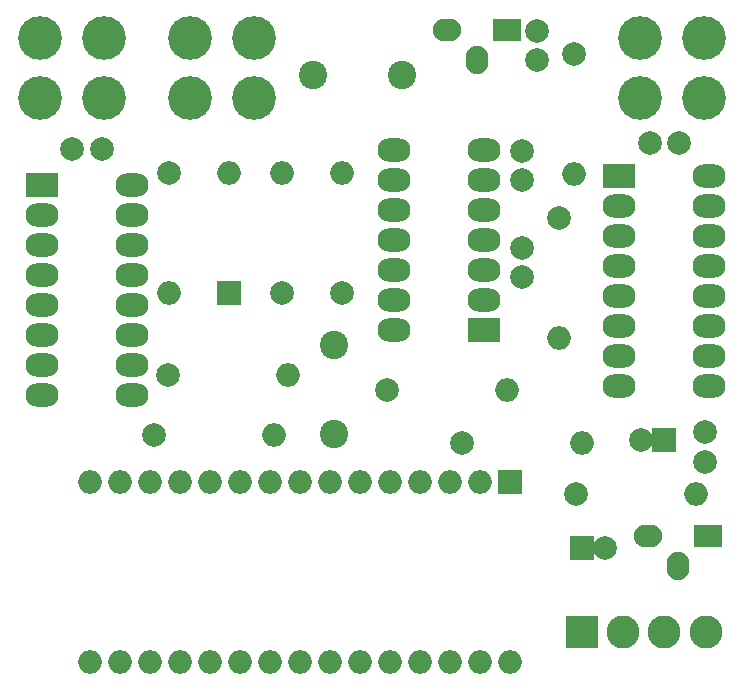
<source format=gbr>
G04 #@! TF.GenerationSoftware,KiCad,Pcbnew,(5.0.0-rc2-dev-179-gab3780148)*
G04 #@! TF.CreationDate,2018-03-20T17:07:23-05:00*
G04 #@! TF.ProjectId,conductivity_sensor_vert,636F6E6475637469766974795F73656E,rev?*
G04 #@! TF.SameCoordinates,Original*
G04 #@! TF.FileFunction,Soldermask,Bot*
G04 #@! TF.FilePolarity,Negative*
%FSLAX46Y46*%
G04 Gerber Fmt 4.6, Leading zero omitted, Abs format (unit mm)*
G04 Created by KiCad (PCBNEW (5.0.0-rc2-dev-179-gab3780148)) date 03/20/18 17:07:23*
%MOMM*%
%LPD*%
G01*
G04 APERTURE LIST*
%ADD10O,1.900000X2.400000*%
%ADD11R,2.400000X1.900000*%
%ADD12O,2.400000X1.900000*%
%ADD13C,2.000000*%
%ADD14R,2.000000X2.000000*%
%ADD15O,2.000000X2.000000*%
%ADD16R,2.800000X2.000000*%
%ADD17O,2.800000X2.000000*%
%ADD18R,2.800000X2.800000*%
%ADD19C,2.800000*%
%ADD20C,2.400000*%
%ADD21C,3.702000*%
G04 APERTURE END LIST*
D10*
X148590000Y-68580000D03*
D11*
X151130000Y-66040000D03*
D12*
X146050000Y-66040000D03*
D13*
X153670000Y-68580000D03*
X153670000Y-66080000D03*
D14*
X151384000Y-104267000D03*
D15*
X118364000Y-119507000D03*
X148844000Y-104267000D03*
X120904000Y-119507000D03*
X146304000Y-104267000D03*
X123444000Y-119507000D03*
X143764000Y-104267000D03*
X125984000Y-119507000D03*
X141224000Y-104267000D03*
X128524000Y-119507000D03*
X138684000Y-104267000D03*
X131064000Y-119507000D03*
X136144000Y-104267000D03*
X133604000Y-119507000D03*
X133604000Y-104267000D03*
X136144000Y-119507000D03*
X131064000Y-104267000D03*
X138684000Y-119507000D03*
X128524000Y-104267000D03*
X141224000Y-119507000D03*
X125984000Y-104267000D03*
X143764000Y-119507000D03*
X123444000Y-104267000D03*
X146304000Y-119507000D03*
X120904000Y-104267000D03*
X148844000Y-119507000D03*
X118364000Y-104267000D03*
X151384000Y-119507000D03*
X115824000Y-104267000D03*
X115824000Y-119507000D03*
D16*
X160655000Y-78359000D03*
D17*
X168275000Y-96139000D03*
X160655000Y-80899000D03*
X168275000Y-93599000D03*
X160655000Y-83439000D03*
X168275000Y-91059000D03*
X160655000Y-85979000D03*
X168275000Y-88519000D03*
X160655000Y-88519000D03*
X168275000Y-85979000D03*
X160655000Y-91059000D03*
X168275000Y-83439000D03*
X160655000Y-93599000D03*
X168275000Y-80899000D03*
X160655000Y-96139000D03*
X168275000Y-78359000D03*
D16*
X111760000Y-79121000D03*
D17*
X119380000Y-96901000D03*
X111760000Y-81661000D03*
X119380000Y-94361000D03*
X111760000Y-84201000D03*
X119380000Y-91821000D03*
X111760000Y-86741000D03*
X119380000Y-89281000D03*
X111760000Y-89281000D03*
X119380000Y-86741000D03*
X111760000Y-91821000D03*
X119380000Y-84201000D03*
X111760000Y-94361000D03*
X119380000Y-81661000D03*
X111760000Y-96901000D03*
X119380000Y-79121000D03*
D16*
X149225000Y-91440000D03*
D17*
X141605000Y-76200000D03*
X149225000Y-88900000D03*
X141605000Y-78740000D03*
X149225000Y-86360000D03*
X141605000Y-81280000D03*
X149225000Y-83820000D03*
X141605000Y-83820000D03*
X149225000Y-81280000D03*
X141605000Y-86360000D03*
X149225000Y-78740000D03*
X141605000Y-88900000D03*
X149225000Y-76200000D03*
X141605000Y-91440000D03*
D13*
X156845000Y-68072000D03*
D15*
X156845000Y-78232000D03*
D13*
X155575000Y-81915000D03*
D15*
X155575000Y-92075000D03*
D13*
X122428000Y-95250000D03*
D15*
X132588000Y-95250000D03*
D13*
X121285000Y-100330000D03*
D15*
X131445000Y-100330000D03*
D13*
X140970000Y-96520000D03*
D15*
X151130000Y-96520000D03*
D13*
X147320000Y-100965000D03*
D15*
X157480000Y-100965000D03*
D13*
X132080000Y-88265000D03*
D15*
X132080000Y-78105000D03*
D13*
X137160000Y-88265000D03*
D15*
X137160000Y-78105000D03*
D13*
X122555000Y-78105000D03*
D15*
X122555000Y-88265000D03*
D13*
X156972000Y-105283000D03*
D15*
X167132000Y-105283000D03*
D18*
X157480000Y-116967000D03*
D19*
X160980000Y-116967000D03*
X164480000Y-116967000D03*
X167980000Y-116967000D03*
D14*
X127635000Y-88265000D03*
D15*
X127635000Y-78105000D03*
D10*
X165608000Y-111379000D03*
D11*
X168148000Y-108839000D03*
D12*
X163068000Y-108839000D03*
D20*
X136525000Y-92710000D03*
X136525000Y-100210000D03*
D13*
X152400000Y-78740000D03*
X152400000Y-76240000D03*
X165735000Y-75565000D03*
X163235000Y-75565000D03*
D20*
X142240000Y-69850000D03*
X134740000Y-69850000D03*
D13*
X116840000Y-76073000D03*
X114340000Y-76073000D03*
X152400000Y-84455000D03*
X152400000Y-86955000D03*
X167894000Y-100076000D03*
X167894000Y-102576000D03*
D14*
X157480000Y-109855000D03*
D13*
X159480000Y-109855000D03*
D14*
X164465000Y-100711000D03*
D13*
X162465000Y-100711000D03*
D21*
X111582200Y-66675000D03*
X111582200Y-71755000D03*
X117017800Y-71755000D03*
X117017800Y-66675000D03*
X167817800Y-66675000D03*
X167817800Y-71755000D03*
X162382200Y-71755000D03*
X162382200Y-66675000D03*
X129717800Y-66675000D03*
X129717800Y-71755000D03*
X124282200Y-71755000D03*
X124282200Y-66675000D03*
M02*

</source>
